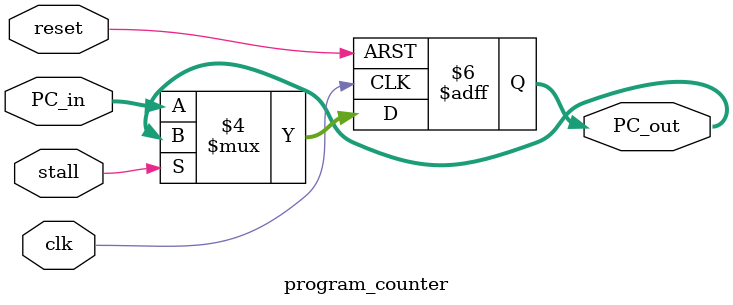
<source format=v>

module program_counter(
    // --- Entradas ---
    input [63:0] PC_in,     // O valor do PRÓXIMO PC, vindo do MUX que escolhe entre PC+4 e o endereço de desvio.
    input clk,            // O sinal de clock do sistema.
    input reset,          // Sinal de reset (nesse caso, assíncrono) para iniciar o PC em 0.
    input stall,          // Sinal de controle vindo da Unidade de Detecção de Hazard. Se '1', o PC não é atualizado.
    
    // --- Saída ---
    output reg [63:0] PC_out // O valor ATUAL do PC, enviado para a Memória de Instruções.
);
 
    // Bloco sensível à borda de subida do clock (operação síncrona)
    // e à borda de subida do reset (reset assíncrono).
    always @(posedge clk or posedge reset)
    begin
        // Lógica de reset assíncrono: se 'reset' for ativado, o PC é
        // imediatamente forçado para o endereço 0, o ponto de partida padrão.
        if (reset == 1'b1)
        begin
            PC_out <= 64'd0;
        end
        // Operação síncrona normal (sem stall).
        // Se não houver reset e o pipeline não estiver paralisado ('stall' == 0),
        // o PC é atualizado com o próximo valor na borda de subida do clock.
        else if (stall == 1'b0)
        begin
            PC_out <= PC_in;
        end
        // STALL (PARALISAÇÃO) IMPLÍCITO: Note que não há um 'else' final.
        // Se 'stall' for '1', nenhuma das condições do 'if/else if' é satisfeita.
        // Portanto, o registrador 'PC_out' mantém seu valor anterior.
        // É assim que o PC é "congelado" durante um stall, impedindo que novas
        // instruções sejam buscadas.
    end
endmodule

</source>
